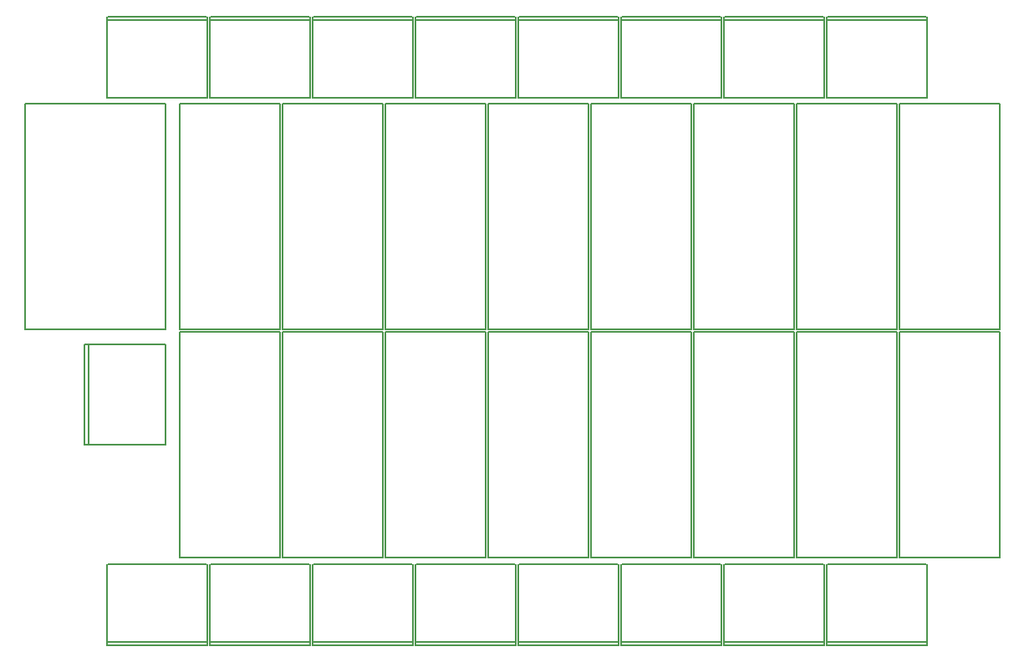
<source format=gbr>
G04 #@! TF.FileFunction,Legend,Top*
%FSLAX46Y46*%
G04 Gerber Fmt 4.6, Leading zero omitted, Abs format (unit mm)*
G04 Created by KiCad (PCBNEW 4.0.0-stable) date 06.09.2016 12:35:27*
%MOMM*%
G01*
G04 APERTURE LIST*
%ADD10C,0.100000*%
%ADD11C,0.150000*%
G04 APERTURE END LIST*
D10*
D11*
X30861000Y-54102000D02*
X30861000Y-61722000D01*
X30861000Y-61722000D02*
X31750000Y-61722000D01*
X45085000Y-54102000D02*
X45085000Y-61722000D01*
X45085000Y-61722000D02*
X44450000Y-61722000D01*
X44450000Y-61722000D02*
X31750000Y-61722000D01*
X30861000Y-43942000D02*
X30861000Y-38862000D01*
X30861000Y-38862000D02*
X45085000Y-38862000D01*
X45085000Y-38862000D02*
X45085000Y-43942000D01*
X45085000Y-54102000D02*
X45085000Y-43942000D01*
X30861000Y-54102000D02*
X30861000Y-43942000D01*
X37248000Y-73326000D02*
X37248000Y-63326000D01*
X36848000Y-73406000D02*
X45048000Y-73406000D01*
X45048000Y-73326000D02*
X45048000Y-63326000D01*
X45048000Y-63246000D02*
X36848000Y-63246000D01*
X36848000Y-63326000D02*
X36848000Y-73326000D01*
X112094000Y-30390000D02*
X122094000Y-30390000D01*
X112014000Y-29990000D02*
X112014000Y-38190000D01*
X112094000Y-38190000D02*
X122094000Y-38190000D01*
X122174000Y-38190000D02*
X122174000Y-29990000D01*
X122094000Y-29990000D02*
X112094000Y-29990000D01*
X122094000Y-93308000D02*
X112094000Y-93308000D01*
X122174000Y-93708000D02*
X122174000Y-85508000D01*
X122094000Y-85508000D02*
X112094000Y-85508000D01*
X112014000Y-85508000D02*
X112014000Y-93708000D01*
X112094000Y-93708000D02*
X122094000Y-93708000D01*
X101680000Y-30390000D02*
X111680000Y-30390000D01*
X101600000Y-29990000D02*
X101600000Y-38190000D01*
X101680000Y-38190000D02*
X111680000Y-38190000D01*
X111760000Y-38190000D02*
X111760000Y-29990000D01*
X111680000Y-29990000D02*
X101680000Y-29990000D01*
X111680000Y-93308000D02*
X101680000Y-93308000D01*
X111760000Y-93708000D02*
X111760000Y-85508000D01*
X111680000Y-85508000D02*
X101680000Y-85508000D01*
X101600000Y-85508000D02*
X101600000Y-93708000D01*
X101680000Y-93708000D02*
X111680000Y-93708000D01*
X91266000Y-30390000D02*
X101266000Y-30390000D01*
X91186000Y-29990000D02*
X91186000Y-38190000D01*
X91266000Y-38190000D02*
X101266000Y-38190000D01*
X101346000Y-38190000D02*
X101346000Y-29990000D01*
X101266000Y-29990000D02*
X91266000Y-29990000D01*
X101266000Y-93308000D02*
X91266000Y-93308000D01*
X101346000Y-93708000D02*
X101346000Y-85508000D01*
X101266000Y-85508000D02*
X91266000Y-85508000D01*
X91186000Y-85508000D02*
X91186000Y-93708000D01*
X91266000Y-93708000D02*
X101266000Y-93708000D01*
X80852000Y-30390000D02*
X90852000Y-30390000D01*
X80772000Y-29990000D02*
X80772000Y-38190000D01*
X80852000Y-38190000D02*
X90852000Y-38190000D01*
X90932000Y-38190000D02*
X90932000Y-29990000D01*
X90852000Y-29990000D02*
X80852000Y-29990000D01*
X90852000Y-93308000D02*
X80852000Y-93308000D01*
X90932000Y-93708000D02*
X90932000Y-85508000D01*
X90852000Y-85508000D02*
X80852000Y-85508000D01*
X80772000Y-85508000D02*
X80772000Y-93708000D01*
X80852000Y-93708000D02*
X90852000Y-93708000D01*
X124460000Y-61722000D02*
X119380000Y-61722000D01*
X119380000Y-61722000D02*
X119380000Y-38862000D01*
X119380000Y-38862000D02*
X129540000Y-38862000D01*
X129540000Y-38862000D02*
X129540000Y-61722000D01*
X129540000Y-61722000D02*
X124460000Y-61722000D01*
X124460000Y-61976000D02*
X129540000Y-61976000D01*
X129540000Y-61976000D02*
X129540000Y-84836000D01*
X129540000Y-84836000D02*
X119380000Y-84836000D01*
X119380000Y-84836000D02*
X119380000Y-61976000D01*
X119380000Y-61976000D02*
X124460000Y-61976000D01*
X114046000Y-61722000D02*
X108966000Y-61722000D01*
X108966000Y-61722000D02*
X108966000Y-38862000D01*
X108966000Y-38862000D02*
X119126000Y-38862000D01*
X119126000Y-38862000D02*
X119126000Y-61722000D01*
X119126000Y-61722000D02*
X114046000Y-61722000D01*
X114046000Y-61976000D02*
X119126000Y-61976000D01*
X119126000Y-61976000D02*
X119126000Y-84836000D01*
X119126000Y-84836000D02*
X108966000Y-84836000D01*
X108966000Y-84836000D02*
X108966000Y-61976000D01*
X108966000Y-61976000D02*
X114046000Y-61976000D01*
X103632000Y-61722000D02*
X98552000Y-61722000D01*
X98552000Y-61722000D02*
X98552000Y-38862000D01*
X98552000Y-38862000D02*
X108712000Y-38862000D01*
X108712000Y-38862000D02*
X108712000Y-61722000D01*
X108712000Y-61722000D02*
X103632000Y-61722000D01*
X103632000Y-61976000D02*
X108712000Y-61976000D01*
X108712000Y-61976000D02*
X108712000Y-84836000D01*
X108712000Y-84836000D02*
X98552000Y-84836000D01*
X98552000Y-84836000D02*
X98552000Y-61976000D01*
X98552000Y-61976000D02*
X103632000Y-61976000D01*
X93218000Y-61722000D02*
X88138000Y-61722000D01*
X88138000Y-61722000D02*
X88138000Y-38862000D01*
X88138000Y-38862000D02*
X98298000Y-38862000D01*
X98298000Y-38862000D02*
X98298000Y-61722000D01*
X98298000Y-61722000D02*
X93218000Y-61722000D01*
X93218000Y-61976000D02*
X98298000Y-61976000D01*
X98298000Y-61976000D02*
X98298000Y-84836000D01*
X98298000Y-84836000D02*
X88138000Y-84836000D01*
X88138000Y-84836000D02*
X88138000Y-61976000D01*
X88138000Y-61976000D02*
X93218000Y-61976000D01*
X70438000Y-30390000D02*
X80438000Y-30390000D01*
X70358000Y-29990000D02*
X70358000Y-38190000D01*
X70438000Y-38190000D02*
X80438000Y-38190000D01*
X80518000Y-38190000D02*
X80518000Y-29990000D01*
X80438000Y-29990000D02*
X70438000Y-29990000D01*
X80438000Y-93308000D02*
X70438000Y-93308000D01*
X80518000Y-93708000D02*
X80518000Y-85508000D01*
X80438000Y-85508000D02*
X70438000Y-85508000D01*
X70358000Y-85508000D02*
X70358000Y-93708000D01*
X70438000Y-93708000D02*
X80438000Y-93708000D01*
X60024000Y-30390000D02*
X70024000Y-30390000D01*
X59944000Y-29990000D02*
X59944000Y-38190000D01*
X60024000Y-38190000D02*
X70024000Y-38190000D01*
X70104000Y-38190000D02*
X70104000Y-29990000D01*
X70024000Y-29990000D02*
X60024000Y-29990000D01*
X70024000Y-93308000D02*
X60024000Y-93308000D01*
X70104000Y-93708000D02*
X70104000Y-85508000D01*
X70024000Y-85508000D02*
X60024000Y-85508000D01*
X59944000Y-85508000D02*
X59944000Y-93708000D01*
X60024000Y-93708000D02*
X70024000Y-93708000D01*
X49610000Y-30390000D02*
X59610000Y-30390000D01*
X49530000Y-29990000D02*
X49530000Y-38190000D01*
X49610000Y-38190000D02*
X59610000Y-38190000D01*
X59690000Y-38190000D02*
X59690000Y-29990000D01*
X59610000Y-29990000D02*
X49610000Y-29990000D01*
X59610000Y-93308000D02*
X49610000Y-93308000D01*
X59690000Y-93708000D02*
X59690000Y-85508000D01*
X59610000Y-85508000D02*
X49610000Y-85508000D01*
X49530000Y-85508000D02*
X49530000Y-93708000D01*
X49610000Y-93708000D02*
X59610000Y-93708000D01*
X39196000Y-30390000D02*
X49196000Y-30390000D01*
X39116000Y-29990000D02*
X39116000Y-38190000D01*
X39196000Y-38190000D02*
X49196000Y-38190000D01*
X49276000Y-38190000D02*
X49276000Y-29990000D01*
X49196000Y-29990000D02*
X39196000Y-29990000D01*
X49196000Y-93308000D02*
X39196000Y-93308000D01*
X49276000Y-93708000D02*
X49276000Y-85508000D01*
X49196000Y-85508000D02*
X39196000Y-85508000D01*
X39116000Y-85508000D02*
X39116000Y-93708000D01*
X39196000Y-93708000D02*
X49196000Y-93708000D01*
X82804000Y-61722000D02*
X77724000Y-61722000D01*
X77724000Y-61722000D02*
X77724000Y-38862000D01*
X77724000Y-38862000D02*
X87884000Y-38862000D01*
X87884000Y-38862000D02*
X87884000Y-61722000D01*
X87884000Y-61722000D02*
X82804000Y-61722000D01*
X82804000Y-61976000D02*
X87884000Y-61976000D01*
X87884000Y-61976000D02*
X87884000Y-84836000D01*
X87884000Y-84836000D02*
X77724000Y-84836000D01*
X77724000Y-84836000D02*
X77724000Y-61976000D01*
X77724000Y-61976000D02*
X82804000Y-61976000D01*
X72390000Y-61722000D02*
X67310000Y-61722000D01*
X67310000Y-61722000D02*
X67310000Y-38862000D01*
X67310000Y-38862000D02*
X77470000Y-38862000D01*
X77470000Y-38862000D02*
X77470000Y-61722000D01*
X77470000Y-61722000D02*
X72390000Y-61722000D01*
X72390000Y-61976000D02*
X77470000Y-61976000D01*
X77470000Y-61976000D02*
X77470000Y-84836000D01*
X77470000Y-84836000D02*
X67310000Y-84836000D01*
X67310000Y-84836000D02*
X67310000Y-61976000D01*
X67310000Y-61976000D02*
X72390000Y-61976000D01*
X61976000Y-61722000D02*
X56896000Y-61722000D01*
X56896000Y-61722000D02*
X56896000Y-38862000D01*
X56896000Y-38862000D02*
X67056000Y-38862000D01*
X67056000Y-38862000D02*
X67056000Y-61722000D01*
X67056000Y-61722000D02*
X61976000Y-61722000D01*
X61976000Y-61976000D02*
X67056000Y-61976000D01*
X67056000Y-61976000D02*
X67056000Y-84836000D01*
X67056000Y-84836000D02*
X56896000Y-84836000D01*
X56896000Y-84836000D02*
X56896000Y-61976000D01*
X56896000Y-61976000D02*
X61976000Y-61976000D01*
X51562000Y-61722000D02*
X46482000Y-61722000D01*
X46482000Y-61722000D02*
X46482000Y-38862000D01*
X46482000Y-38862000D02*
X56642000Y-38862000D01*
X56642000Y-38862000D02*
X56642000Y-61722000D01*
X56642000Y-61722000D02*
X51562000Y-61722000D01*
X51562000Y-61976000D02*
X56642000Y-61976000D01*
X56642000Y-61976000D02*
X56642000Y-84836000D01*
X56642000Y-84836000D02*
X46482000Y-84836000D01*
X46482000Y-84836000D02*
X46482000Y-61976000D01*
X46482000Y-61976000D02*
X51562000Y-61976000D01*
M02*

</source>
